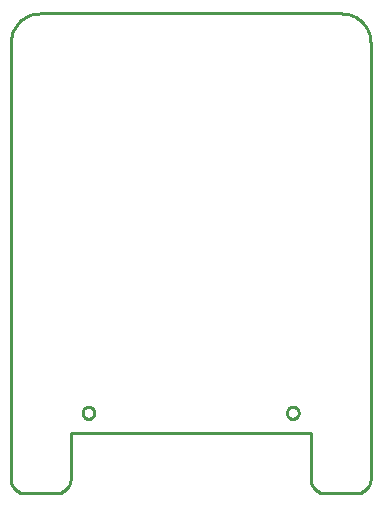
<source format=gbr>
G04 EAGLE Gerber RS-274X export*
G75*
%MOMM*%
%FSLAX34Y34*%
%LPD*%
%IN*%
%IPPOS*%
%AMOC8*
5,1,8,0,0,1.08239X$1,22.5*%
G01*
%ADD10C,0.254000*%


D10*
X0Y-38100D02*
X48Y-39207D01*
X193Y-40305D01*
X433Y-41387D01*
X766Y-42444D01*
X1190Y-43467D01*
X1701Y-44450D01*
X2297Y-45384D01*
X2971Y-46263D01*
X3720Y-47080D01*
X4537Y-47829D01*
X5416Y-48503D01*
X6350Y-49099D01*
X7333Y-49610D01*
X8356Y-50034D01*
X9413Y-50367D01*
X10495Y-50607D01*
X11593Y-50752D01*
X12700Y-50800D01*
X38100Y-50800D01*
X39207Y-50752D01*
X40305Y-50607D01*
X41387Y-50367D01*
X42444Y-50034D01*
X43467Y-49610D01*
X44450Y-49099D01*
X45384Y-48503D01*
X46263Y-47829D01*
X47080Y-47080D01*
X47829Y-46263D01*
X48503Y-45384D01*
X49099Y-44450D01*
X49610Y-43467D01*
X50034Y-42444D01*
X50367Y-41387D01*
X50607Y-40305D01*
X50752Y-39207D01*
X50800Y-38100D01*
X50800Y0D01*
X254000Y0D01*
X254000Y-38100D01*
X254048Y-39207D01*
X254193Y-40305D01*
X254433Y-41387D01*
X254766Y-42444D01*
X255190Y-43467D01*
X255701Y-44450D01*
X256297Y-45384D01*
X256971Y-46263D01*
X257720Y-47080D01*
X258537Y-47829D01*
X259416Y-48503D01*
X260350Y-49099D01*
X261333Y-49610D01*
X262356Y-50034D01*
X263413Y-50367D01*
X264495Y-50607D01*
X265593Y-50752D01*
X266700Y-50800D01*
X292100Y-50800D01*
X293207Y-50752D01*
X294305Y-50607D01*
X295387Y-50367D01*
X296444Y-50034D01*
X297467Y-49610D01*
X298450Y-49099D01*
X299384Y-48503D01*
X300263Y-47829D01*
X301080Y-47080D01*
X301829Y-46263D01*
X302503Y-45384D01*
X303099Y-44450D01*
X303610Y-43467D01*
X304034Y-42444D01*
X304367Y-41387D01*
X304607Y-40305D01*
X304752Y-39207D01*
X304800Y-38100D01*
X304800Y330200D01*
X304703Y332414D01*
X304414Y334611D01*
X303935Y336774D01*
X303268Y338887D01*
X302420Y340935D01*
X301397Y342900D01*
X300206Y344769D01*
X298858Y346527D01*
X297361Y348161D01*
X295727Y349658D01*
X293969Y351006D01*
X292100Y352197D01*
X290135Y353220D01*
X288087Y354068D01*
X285974Y354735D01*
X283811Y355214D01*
X281614Y355503D01*
X279400Y355600D01*
X25400Y355600D01*
X23186Y355503D01*
X20989Y355214D01*
X18826Y354735D01*
X16713Y354068D01*
X14666Y353220D01*
X12700Y352197D01*
X10831Y351006D01*
X9073Y349658D01*
X7440Y348161D01*
X5942Y346527D01*
X4594Y344769D01*
X3403Y342900D01*
X2380Y340935D01*
X1532Y338887D01*
X865Y336774D01*
X386Y334611D01*
X97Y332414D01*
X0Y330200D01*
X0Y-38100D01*
X233900Y17119D02*
X233963Y16561D01*
X234088Y16014D01*
X234273Y15484D01*
X234517Y14978D01*
X234816Y14502D01*
X235166Y14063D01*
X235563Y13666D01*
X236002Y13316D01*
X236478Y13017D01*
X236984Y12773D01*
X237514Y12588D01*
X238061Y12463D01*
X238619Y12400D01*
X239181Y12400D01*
X239739Y12463D01*
X240286Y12588D01*
X240816Y12773D01*
X241322Y13017D01*
X241798Y13316D01*
X242237Y13666D01*
X242634Y14063D01*
X242984Y14502D01*
X243283Y14978D01*
X243527Y15484D01*
X243712Y16014D01*
X243837Y16561D01*
X243900Y17119D01*
X243900Y17681D01*
X243837Y18239D01*
X243712Y18786D01*
X243527Y19316D01*
X243283Y19822D01*
X242984Y20298D01*
X242634Y20737D01*
X242237Y21134D01*
X241798Y21484D01*
X241322Y21783D01*
X240816Y22027D01*
X240286Y22212D01*
X239739Y22337D01*
X239181Y22400D01*
X238619Y22400D01*
X238061Y22337D01*
X237514Y22212D01*
X236984Y22027D01*
X236478Y21783D01*
X236002Y21484D01*
X235563Y21134D01*
X235166Y20737D01*
X234816Y20298D01*
X234517Y19822D01*
X234273Y19316D01*
X234088Y18786D01*
X233963Y18239D01*
X233900Y17681D01*
X233900Y17119D01*
X60900Y17119D02*
X60963Y16561D01*
X61088Y16014D01*
X61273Y15484D01*
X61517Y14978D01*
X61816Y14502D01*
X62166Y14063D01*
X62563Y13666D01*
X63002Y13316D01*
X63478Y13017D01*
X63984Y12773D01*
X64514Y12588D01*
X65061Y12463D01*
X65619Y12400D01*
X66181Y12400D01*
X66739Y12463D01*
X67286Y12588D01*
X67816Y12773D01*
X68322Y13017D01*
X68798Y13316D01*
X69237Y13666D01*
X69634Y14063D01*
X69984Y14502D01*
X70283Y14978D01*
X70527Y15484D01*
X70712Y16014D01*
X70837Y16561D01*
X70900Y17119D01*
X70900Y17681D01*
X70837Y18239D01*
X70712Y18786D01*
X70527Y19316D01*
X70283Y19822D01*
X69984Y20298D01*
X69634Y20737D01*
X69237Y21134D01*
X68798Y21484D01*
X68322Y21783D01*
X67816Y22027D01*
X67286Y22212D01*
X66739Y22337D01*
X66181Y22400D01*
X65619Y22400D01*
X65061Y22337D01*
X64514Y22212D01*
X63984Y22027D01*
X63478Y21783D01*
X63002Y21484D01*
X62563Y21134D01*
X62166Y20737D01*
X61816Y20298D01*
X61517Y19822D01*
X61273Y19316D01*
X61088Y18786D01*
X60963Y18239D01*
X60900Y17681D01*
X60900Y17119D01*
M02*

</source>
